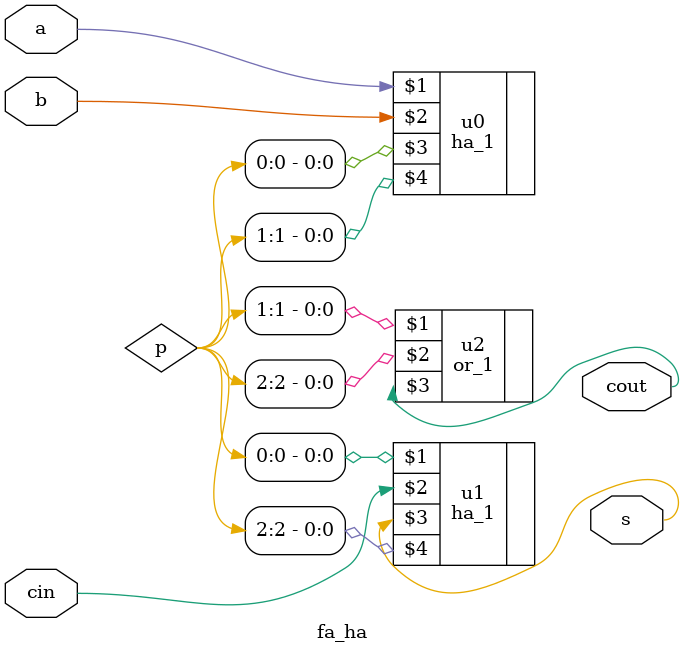
<source format=v>
`timescale 1ns / 1ps

module fa_ha(a,b,cin,s,cout);
input a,b,cin;
output s,cout;
wire [0:2]p;
ha_1 u0(a,b,p[0],p[1]);
ha_1 u1(p[0],cin,s,p[2]);
or_1 u2(p[1],p[2],cout);
endmodule

</source>
